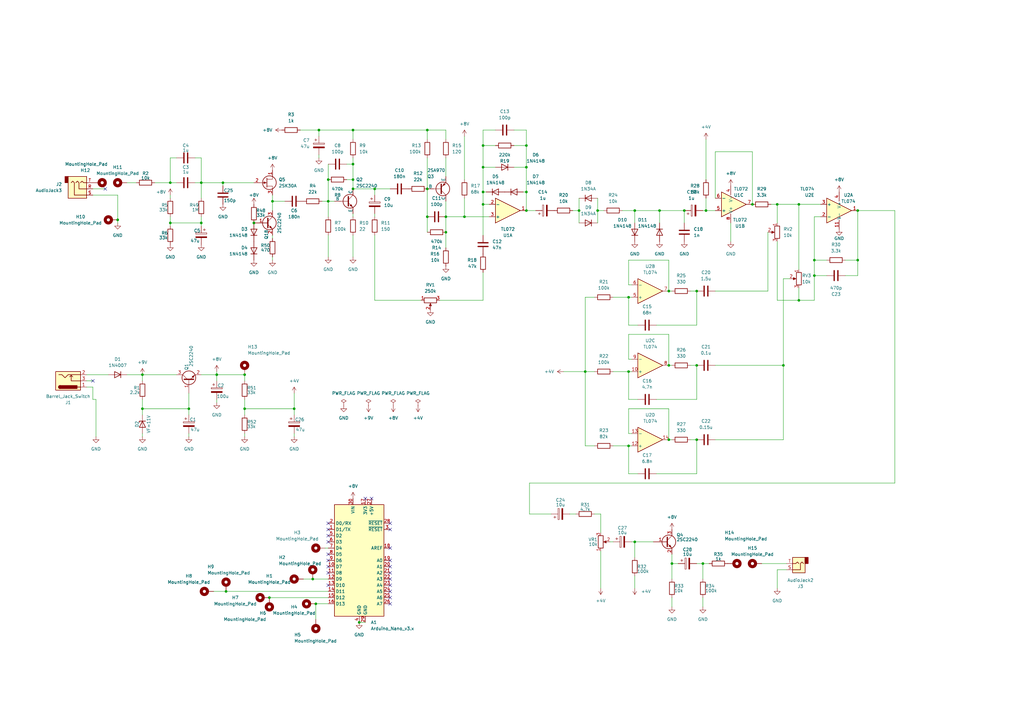
<source format=kicad_sch>
(kicad_sch (version 20230121) (generator eeschema)
  (paper "A3")
  (junction (at 92.71 242.57))
  (junction (at 351.79 106.68))
  (junction (at 147.32 255.27))
  (junction (at 334.01 113.03))
  (junction (at 104.14 91.44))
  (junction (at 69.85 91.44))
  (junction (at 308.61 83.82))
  (junction (at 91.44 74.93))
  (junction (at 321.31 149.86))
  (junction (at 215.9 78.74))
  (junction (at 82.55 91.44))
  (junction (at 240.03 152.4))
  (junction (at 198.12 59.69))
  (junction (at 285.75 119.38))
  (junction (at 215.9 68.58))
  (junction (at 100.33 153.67))
  (junction (at 82.55 74.93))
  (junction (at 274.32 180.34))
  (junction (at 129.54 247.65))
  (junction (at 280.67 86.36))
  (junction (at 289.56 86.36))
  (junction (at 274.32 149.86))
  (junction (at 275.59 231.14))
  (junction (at 144.78 77.47))
  (junction (at 175.26 88.9))
  (junction (at 128.27 237.49))
  (junction (at 327.66 123.19))
  (junction (at 318.77 83.82))
  (junction (at 144.78 53.34))
  (junction (at 327.66 83.82))
  (junction (at 134.62 82.55))
  (junction (at 334.01 106.68))
  (junction (at 274.32 119.38))
  (junction (at 285.75 149.86))
  (junction (at 130.81 53.34))
  (junction (at 111.76 82.55))
  (junction (at 110.49 245.11))
  (junction (at 190.5 88.9))
  (junction (at 237.49 86.36))
  (junction (at 69.85 74.93))
  (junction (at 285.75 180.34))
  (junction (at 144.78 73.66))
  (junction (at 100.33 167.64))
  (junction (at 257.81 152.4))
  (junction (at 88.9 153.67))
  (junction (at 257.81 182.88))
  (junction (at 260.35 222.25))
  (junction (at 215.9 86.36))
  (junction (at 175.26 77.47))
  (junction (at 215.9 59.69))
  (junction (at 120.65 167.64))
  (junction (at 288.29 231.14))
  (junction (at 58.42 153.67))
  (junction (at 153.67 77.47))
  (junction (at 77.47 167.64))
  (junction (at 58.42 167.64))
  (junction (at 245.11 86.36))
  (junction (at 182.88 95.25))
  (junction (at 198.12 83.82))
  (junction (at 175.26 53.34))
  (junction (at 198.12 78.74))
  (junction (at 270.51 86.36))
  (junction (at 134.62 73.66))
  (junction (at 182.88 88.9))
  (junction (at 48.26 90.17))
  (junction (at 198.12 68.58))
  (junction (at 257.81 121.92))
  (junction (at 144.78 67.31))
  (junction (at 351.79 86.36))
  (junction (at 260.35 86.36))
  (no_connect (at 134.62 217.17))
  (no_connect (at 160.02 214.63))
  (no_connect (at 149.86 204.47))
  (no_connect (at 160.02 229.87))
  (no_connect (at 134.62 222.25))
  (no_connect (at 160.02 245.11))
  (no_connect (at 134.62 214.63))
  (no_connect (at 134.62 232.41))
  (no_connect (at 134.62 219.71))
  (no_connect (at 160.02 240.03))
  (no_connect (at 134.62 234.95))
  (no_connect (at 160.02 224.79))
  (no_connect (at 134.62 240.03))
  (no_connect (at 160.02 234.95))
  (no_connect (at 134.62 227.33))
  (no_connect (at 38.1 156.21))
  (no_connect (at 160.02 232.41))
  (no_connect (at 160.02 247.65))
  (no_connect (at 160.02 242.57))
  (no_connect (at 43.18 77.47))
  (no_connect (at 160.02 217.17))
  (no_connect (at 160.02 237.49))
  (no_connect (at 134.62 229.87))
  (no_connect (at 152.4 204.47))
  (wire (pts (xy 280.67 86.36) (xy 280.67 91.44)))
  (wire (pts (xy 153.67 77.47) (xy 153.67 80.01)))
  (wire (pts (xy 240.03 152.4) (xy 240.03 121.92)))
  (wire (pts (xy 144.78 73.66) (xy 144.78 77.47)))
  (wire (pts (xy 111.76 96.52) (xy 111.76 97.79)))
  (wire (pts (xy 142.24 67.31) (xy 144.78 67.31)))
  (wire (pts (xy 288.29 231.14) (xy 290.83 231.14)))
  (wire (pts (xy 87.63 242.57) (xy 92.71 242.57)))
  (wire (pts (xy 35.56 156.21) (xy 38.1 156.21)))
  (wire (pts (xy 58.42 167.64) (xy 58.42 170.18)))
  (wire (pts (xy 215.9 68.58) (xy 215.9 78.74)))
  (wire (pts (xy 236.22 210.82) (xy 233.68 210.82)))
  (wire (pts (xy 69.85 74.93) (xy 72.39 74.93)))
  (wire (pts (xy 240.03 182.88) (xy 243.84 182.88)))
  (wire (pts (xy 214.63 78.74) (xy 215.9 78.74)))
  (wire (pts (xy 210.82 68.58) (xy 215.9 68.58)))
  (wire (pts (xy 38.1 80.01) (xy 48.26 80.01)))
  (wire (pts (xy 257.81 182.88) (xy 259.08 182.88)))
  (wire (pts (xy 100.33 170.18) (xy 100.33 167.64)))
  (wire (pts (xy 210.82 59.69) (xy 215.9 59.69)))
  (wire (pts (xy 288.29 86.36) (xy 289.56 86.36)))
  (wire (pts (xy 339.09 113.03) (xy 334.01 113.03)))
  (wire (pts (xy 260.35 86.36) (xy 270.51 86.36)))
  (wire (pts (xy 175.26 77.47) (xy 175.26 88.9)))
  (wire (pts (xy 278.13 231.14) (xy 275.59 231.14)))
  (wire (pts (xy 38.1 77.47) (xy 43.18 77.47)))
  (wire (pts (xy 312.42 231.14) (xy 322.58 231.14)))
  (wire (pts (xy 91.44 76.2) (xy 91.44 74.93)))
  (wire (pts (xy 142.24 73.66) (xy 144.78 73.66)))
  (wire (pts (xy 72.39 153.67) (xy 58.42 153.67)))
  (wire (pts (xy 52.07 74.93) (xy 55.88 74.93)))
  (wire (pts (xy 153.67 77.47) (xy 160.02 77.47)))
  (wire (pts (xy 257.81 133.35) (xy 257.81 121.92)))
  (wire (pts (xy 111.76 105.41) (xy 111.76 106.68)))
  (wire (pts (xy 257.81 177.8) (xy 259.08 177.8)))
  (wire (pts (xy 129.54 247.65) (xy 134.62 247.65)))
  (wire (pts (xy 144.78 64.77) (xy 144.78 67.31)))
  (wire (pts (xy 321.31 180.34) (xy 321.31 149.86)))
  (wire (pts (xy 261.62 194.31) (xy 257.81 194.31)))
  (wire (pts (xy 257.81 116.84) (xy 259.08 116.84)))
  (wire (pts (xy 58.42 179.07) (xy 58.42 177.8)))
  (wire (pts (xy 237.49 86.36) (xy 237.49 91.44)))
  (wire (pts (xy 293.37 180.34) (xy 321.31 180.34)))
  (wire (pts (xy 270.51 86.36) (xy 280.67 86.36)))
  (wire (pts (xy 129.54 247.65) (xy 129.54 254)))
  (wire (pts (xy 130.81 63.5) (xy 130.81 64.77)))
  (wire (pts (xy 288.29 231.14) (xy 288.29 237.49)))
  (wire (pts (xy 120.65 167.64) (xy 120.65 170.18)))
  (wire (pts (xy 274.32 167.64) (xy 257.81 167.64)))
  (wire (pts (xy 257.81 147.32) (xy 259.08 147.32)))
  (wire (pts (xy 200.66 88.9) (xy 190.5 88.9)))
  (wire (pts (xy 215.9 59.69) (xy 215.9 68.58)))
  (wire (pts (xy 100.33 177.8) (xy 100.33 179.07)))
  (wire (pts (xy 77.47 161.29) (xy 77.47 167.64)))
  (wire (pts (xy 175.26 53.34) (xy 144.78 53.34)))
  (wire (pts (xy 190.5 81.28) (xy 190.5 88.9)))
  (wire (pts (xy 69.85 88.9) (xy 69.85 91.44)))
  (wire (pts (xy 203.2 53.34) (xy 198.12 53.34)))
  (wire (pts (xy 257.81 167.64) (xy 257.81 177.8)))
  (wire (pts (xy 182.88 57.15) (xy 182.88 53.34)))
  (wire (pts (xy 327.66 123.19) (xy 318.77 123.19)))
  (wire (pts (xy 245.11 86.36) (xy 245.11 91.44)))
  (wire (pts (xy 82.55 74.93) (xy 91.44 74.93)))
  (wire (pts (xy 275.59 227.33) (xy 275.59 231.14)))
  (wire (pts (xy 128.27 237.49) (xy 134.62 237.49)))
  (wire (pts (xy 269.24 194.31) (xy 285.75 194.31)))
  (wire (pts (xy 261.62 163.83) (xy 257.81 163.83)))
  (wire (pts (xy 134.62 82.55) (xy 134.62 88.9)))
  (wire (pts (xy 200.66 83.82) (xy 198.12 83.82)))
  (wire (pts (xy 120.65 179.07) (xy 120.65 177.8)))
  (wire (pts (xy 124.46 237.49) (xy 128.27 237.49)))
  (wire (pts (xy 318.77 123.19) (xy 318.77 99.06)))
  (wire (pts (xy 314.96 95.25) (xy 314.96 119.38)))
  (wire (pts (xy 182.88 95.25) (xy 182.88 101.6)))
  (wire (pts (xy 255.27 86.36) (xy 260.35 86.36)))
  (wire (pts (xy 240.03 121.92) (xy 243.84 121.92)))
  (wire (pts (xy 82.55 91.44) (xy 69.85 91.44)))
  (wire (pts (xy 243.84 152.4) (xy 240.03 152.4)))
  (wire (pts (xy 250.19 222.25) (xy 251.46 222.25)))
  (wire (pts (xy 260.35 222.25) (xy 260.35 228.6)))
  (wire (pts (xy 351.79 86.36) (xy 367.03 86.36)))
  (wire (pts (xy 283.21 149.86) (xy 285.75 149.86)))
  (wire (pts (xy 293.37 81.28) (xy 293.37 62.23)))
  (wire (pts (xy 283.21 180.34) (xy 285.75 180.34)))
  (wire (pts (xy 257.81 106.68) (xy 257.81 116.84)))
  (wire (pts (xy 198.12 59.69) (xy 198.12 68.58)))
  (wire (pts (xy 82.55 91.44) (xy 82.55 92.71)))
  (wire (pts (xy 234.95 86.36) (xy 237.49 86.36)))
  (wire (pts (xy 134.62 73.66) (xy 134.62 82.55)))
  (wire (pts (xy 198.12 59.69) (xy 203.2 59.69)))
  (wire (pts (xy 261.62 133.35) (xy 257.81 133.35)))
  (wire (pts (xy 35.56 153.67) (xy 44.45 153.67)))
  (wire (pts (xy 52.07 153.67) (xy 58.42 153.67)))
  (wire (pts (xy 48.26 80.01) (xy 48.26 90.17)))
  (wire (pts (xy 334.01 106.68) (xy 339.09 106.68)))
  (wire (pts (xy 289.56 57.15) (xy 289.56 73.66)))
  (wire (pts (xy 175.26 53.34) (xy 175.26 57.15)))
  (wire (pts (xy 257.81 163.83) (xy 257.81 152.4)))
  (wire (pts (xy 257.81 152.4) (xy 259.08 152.4)))
  (wire (pts (xy 82.55 64.77) (xy 82.55 74.93)))
  (wire (pts (xy 144.78 67.31) (xy 144.78 73.66)))
  (wire (pts (xy 314.96 119.38) (xy 293.37 119.38)))
  (wire (pts (xy 251.46 121.92) (xy 257.81 121.92)))
  (wire (pts (xy 327.66 123.19) (xy 327.66 118.11)))
  (wire (pts (xy 251.46 182.88) (xy 257.81 182.88)))
  (wire (pts (xy 111.76 82.55) (xy 111.76 86.36)))
  (wire (pts (xy 182.88 53.34) (xy 175.26 53.34)))
  (wire (pts (xy 82.55 74.93) (xy 82.55 81.28)))
  (wire (pts (xy 274.32 180.34) (xy 274.32 167.64)))
  (wire (pts (xy 217.17 198.12) (xy 217.17 210.82)))
  (wire (pts (xy 318.77 83.82) (xy 318.77 91.44)))
  (wire (pts (xy 260.35 86.36) (xy 260.35 91.44)))
  (wire (pts (xy 275.59 231.14) (xy 275.59 237.49)))
  (wire (pts (xy 182.88 88.9) (xy 182.88 95.25)))
  (wire (pts (xy 134.62 82.55) (xy 137.16 82.55)))
  (wire (pts (xy 190.5 55.88) (xy 190.5 73.66)))
  (wire (pts (xy 198.12 83.82) (xy 198.12 96.52)))
  (wire (pts (xy 308.61 62.23) (xy 308.61 83.82)))
  (wire (pts (xy 270.51 86.36) (xy 270.51 91.44)))
  (wire (pts (xy 88.9 152.4) (xy 88.9 153.67)))
  (wire (pts (xy 120.65 161.29) (xy 120.65 167.64)))
  (wire (pts (xy 299.72 91.44) (xy 299.72 99.06)))
  (wire (pts (xy 318.77 233.68) (xy 322.58 233.68)))
  (wire (pts (xy 323.85 114.3) (xy 321.31 114.3)))
  (wire (pts (xy 269.24 163.83) (xy 285.75 163.83)))
  (wire (pts (xy 69.85 80.01) (xy 69.85 81.28)))
  (wire (pts (xy 69.85 64.77) (xy 72.39 64.77)))
  (wire (pts (xy 215.9 78.74) (xy 215.9 86.36)))
  (wire (pts (xy 245.11 86.36) (xy 247.65 86.36)))
  (wire (pts (xy 346.71 113.03) (xy 351.79 113.03)))
  (wire (pts (xy 172.72 123.19) (xy 153.67 123.19)))
  (wire (pts (xy 198.12 68.58) (xy 198.12 78.74)))
  (wire (pts (xy 144.78 53.34) (xy 144.78 57.15)))
  (wire (pts (xy 58.42 163.83) (xy 58.42 167.64)))
  (wire (pts (xy 257.81 194.31) (xy 257.81 182.88)))
  (wire (pts (xy 246.38 210.82) (xy 246.38 218.44)))
  (wire (pts (xy 334.01 113.03) (xy 334.01 106.68)))
  (wire (pts (xy 346.71 106.68) (xy 351.79 106.68)))
  (wire (pts (xy 334.01 113.03) (xy 334.01 123.19)))
  (wire (pts (xy 198.12 53.34) (xy 198.12 59.69)))
  (wire (pts (xy 88.9 153.67) (xy 82.55 153.67)))
  (wire (pts (xy 190.5 88.9) (xy 182.88 88.9)))
  (wire (pts (xy 100.33 153.67) (xy 100.33 156.21)))
  (wire (pts (xy 38.1 163.83) (xy 39.37 163.83)))
  (wire (pts (xy 58.42 153.67) (xy 58.42 156.21)))
  (wire (pts (xy 198.12 78.74) (xy 198.12 83.82)))
  (wire (pts (xy 77.47 179.07) (xy 77.47 177.8)))
  (wire (pts (xy 240.03 152.4) (xy 240.03 182.88)))
  (wire (pts (xy 269.24 133.35) (xy 285.75 133.35)))
  (wire (pts (xy 274.32 137.16) (xy 257.81 137.16)))
  (wire (pts (xy 336.55 88.9) (xy 334.01 88.9)))
  (wire (pts (xy 283.21 119.38) (xy 285.75 119.38)))
  (wire (pts (xy 285.75 194.31) (xy 285.75 180.34)))
  (wire (pts (xy 153.67 96.52) (xy 153.67 123.19)))
  (wire (pts (xy 321.31 114.3) (xy 321.31 149.86)))
  (wire (pts (xy 134.62 67.31) (xy 134.62 73.66)))
  (wire (pts (xy 130.81 53.34) (xy 144.78 53.34)))
  (wire (pts (xy 217.17 210.82) (xy 226.06 210.82)))
  (wire (pts (xy 91.44 74.93) (xy 104.14 74.93)))
  (wire (pts (xy 147.32 255.27) (xy 149.86 255.27)))
  (wire (pts (xy 82.55 88.9) (xy 82.55 91.44)))
  (wire (pts (xy 274.32 149.86) (xy 275.59 149.86)))
  (wire (pts (xy 182.88 82.55) (xy 182.88 88.9)))
  (wire (pts (xy 260.35 222.25) (xy 267.97 222.25)))
  (wire (pts (xy 251.46 152.4) (xy 257.81 152.4)))
  (wire (pts (xy 231.14 152.4) (xy 240.03 152.4)))
  (wire (pts (xy 175.26 88.9) (xy 175.26 95.25)))
  (wire (pts (xy 289.56 86.36) (xy 293.37 86.36)))
  (wire (pts (xy 274.32 119.38) (xy 274.32 106.68)))
  (wire (pts (xy 132.08 82.55) (xy 134.62 82.55)))
  (wire (pts (xy 144.78 96.52) (xy 144.78 105.41)))
  (wire (pts (xy 134.62 96.52) (xy 134.62 105.41)))
  (wire (pts (xy 334.01 123.19) (xy 327.66 123.19)))
  (wire (pts (xy 246.38 226.06) (xy 246.38 241.3)))
  (wire (pts (xy 327.66 83.82) (xy 336.55 83.82)))
  (wire (pts (xy 257.81 121.92) (xy 259.08 121.92)))
  (wire (pts (xy 351.79 113.03) (xy 351.79 106.68)))
  (wire (pts (xy 80.01 74.93) (xy 82.55 74.93)))
  (wire (pts (xy 210.82 53.34) (xy 215.9 53.34)))
  (wire (pts (xy 318.77 83.82) (xy 327.66 83.82)))
  (wire (pts (xy 82.55 64.77) (xy 80.01 64.77)))
  (wire (pts (xy 260.35 236.22) (xy 260.35 241.3)))
  (wire (pts (xy 245.11 81.28) (xy 245.11 86.36)))
  (wire (pts (xy 285.75 231.14) (xy 288.29 231.14)))
  (wire (pts (xy 259.08 222.25) (xy 260.35 222.25)))
  (wire (pts (xy 288.29 245.11) (xy 288.29 248.92)))
  (wire (pts (xy 39.37 163.83) (xy 39.37 179.07)))
  (wire (pts (xy 182.88 64.77) (xy 182.88 72.39)))
  (wire (pts (xy 243.84 210.82) (xy 246.38 210.82)))
  (wire (pts (xy 351.79 86.36) (xy 351.79 106.68)))
  (wire (pts (xy 257.81 137.16) (xy 257.81 147.32)))
  (wire (pts (xy 111.76 82.55) (xy 116.84 82.55)))
  (wire (pts (xy 69.85 64.77) (xy 69.85 74.93)))
  (wire (pts (xy 198.12 111.76) (xy 198.12 123.19)))
  (wire (pts (xy 215.9 86.36) (xy 219.71 86.36)))
  (wire (pts (xy 293.37 62.23) (xy 308.61 62.23)))
  (wire (pts (xy 275.59 245.11) (xy 275.59 248.92)))
  (wire (pts (xy 367.03 86.36) (xy 367.03 198.12)))
  (wire (pts (xy 274.32 149.86) (xy 274.32 137.16)))
  (wire (pts (xy 318.77 241.3) (xy 318.77 233.68)))
  (wire (pts (xy 48.26 91.44) (xy 48.26 90.17)))
  (wire (pts (xy 274.32 119.38) (xy 275.59 119.38)))
  (wire (pts (xy 130.81 53.34) (xy 130.81 55.88)))
  (wire (pts (xy 144.78 77.47) (xy 153.67 77.47)))
  (wire (pts (xy 77.47 167.64) (xy 77.47 170.18)))
  (wire (pts (xy 198.12 78.74) (xy 199.39 78.74)))
  (wire (pts (xy 327.66 83.82) (xy 327.66 110.49)))
  (wire (pts (xy 274.32 180.34) (xy 275.59 180.34)))
  (wire (pts (xy 215.9 53.34) (xy 215.9 59.69)))
  (wire (pts (xy 334.01 88.9) (xy 334.01 106.68)))
  (wire (pts (xy 38.1 158.75) (xy 35.56 158.75)))
  (wire (pts (xy 293.37 149.86) (xy 321.31 149.86)))
  (wire (pts (xy 237.49 81.28) (xy 237.49 86.36)))
  (wire (pts (xy 38.1 163.83) (xy 38.1 158.75)))
  (wire (pts (xy 92.71 242.57) (xy 134.62 242.57)))
  (wire (pts (xy 133.35 224.79) (xy 134.62 224.79)))
  (wire (pts (xy 198.12 68.58) (xy 203.2 68.58)))
  (wire (pts (xy 274.32 106.68) (xy 257.81 106.68)))
  (wire (pts (xy 198.12 123.19) (xy 180.34 123.19)))
  (wire (pts (xy 285.75 133.35) (xy 285.75 119.38)))
  (wire (pts (xy 69.85 91.44) (xy 69.85 92.71)))
  (wire (pts (xy 123.19 53.34) (xy 130.81 53.34)))
  (wire (pts (xy 285.75 163.83) (xy 285.75 149.86)))
  (wire (pts (xy 367.03 198.12) (xy 217.17 198.12)))
  (wire (pts (xy 111.76 82.55) (xy 111.76 80.01)))
  (wire (pts (xy 175.26 64.77) (xy 175.26 77.47)))
  (wire (pts (xy 88.9 153.67) (xy 100.33 153.67)))
  (wire (pts (xy 63.5 74.93) (xy 69.85 74.93)))
  (wire (pts (xy 316.23 83.82) (xy 318.77 83.82)))
  (wire (pts (xy 88.9 163.83) (xy 88.9 165.1)))
  (wire (pts (xy 144.78 87.63) (xy 144.78 88.9)))
  (wire (pts (xy 120.65 167.64) (xy 100.33 167.64)))
  (wire (pts (xy 153.67 87.63) (xy 153.67 88.9)))
  (wire (pts (xy 88.9 153.67) (xy 88.9 156.21)))
  (wire (pts (xy 289.56 81.28) (xy 289.56 86.36)))
  (wire (pts (xy 58.42 167.64) (xy 77.47 167.64)))
  (wire (pts (xy 100.33 163.83) (xy 100.33 167.64)))
  (wire (pts (xy 110.49 245.11) (xy 134.62 245.11)))
  (symbol (lib_id "Device:R") (at 294.64 231.14 90) (unit 1)
    (property "Reference" "R35" (at 294.64 227.33 90))
    (property "Value" "1k" (at 294.64 229.235 90))
    (property "Footprint" "Resistor_THT:R_Axial_DIN0207_L6.3mm_D2.5mm_P7.62mm_Horizontal" (effects hide))
  )
  (symbol (lib_id "Device:R") (at 138.43 73.66 90) (mirror x) (unit 1)
    (property "Reference" "R8" (at 138.43 80.01 90))
    (property "Value" "470k" (at 138.43 77.47 90))
    (property "Footprint" "Resistor_THT:R_Axial_DIN0207_L6.3mm_D2.5mm_P7.62mm_Horizontal" (effects hide))
  )
  (symbol (lib_id "Connector:Barrel_Jack_Switch") (at 27.94 156.21 0) (mirror x) (unit 1)
    (property "Reference" "J1" (at 27.94 165.1 0))
    (property "Value" "Barrel_Jack_Switch" (at 27.94 162.56 0))
    (property "Footprint" "Connector_BarrelJack:BarrelJack_Effector" (effects hide))
  )
  (symbol (lib_id "power:GND") (at 39.37 179.07 0) (unit 1)
    (property "Reference" "#PWR06" (effects hide))
    (property "Value" "GND" (at 39.37 184.15 0))
  )
  (symbol (lib_id "Mechanical:MountingHole_Pad") (at 92.71 240.03 0) (unit 1)
    (property "Reference" "H9" (at 85.09 232.41 0) (effects (justify left)))
    (property "Value" "MountingHole_Pad" (at 85.09 234.95 0) (effects (justify left)))
    (property "Footprint" "MountingHole:MountingHole_2.2mm_M2_Pad" (effects hide))
  )
  (symbol (lib_id "Device:R") (at 153.67 92.71 180) (unit 1)
    (property "Reference" "R11" (at 156.21 91.44 0) (effects (justify right)))
    (property "Value" "150" (at 156.21 93.98 0) (effects (justify right)))
    (property "Footprint" "Resistor_THT:R_Axial_DIN0207_L6.3mm_D2.5mm_P7.62mm_Horizontal" (effects hide))
  )
  (symbol (lib_id "Device:D") (at 241.3 91.44 180) (unit 1)
    (property "Reference" "D9" (at 241.3 85.09 0))
    (property "Value" "1N34A" (at 241.3 87.63 0))
    (property "Footprint" "Diode_THT:D_DO-35_SOD27_P7.62mm_Horizontal" (effects hide))
    (property "Sim.Device" "D" (effects hide))
    (property "Sim.Pins" "1=K 2=A" (effects hide))
  )
  (symbol (lib_id "Device:D") (at 241.3 81.28 0) (unit 1)
    (property "Reference" "D8" (at 241.3 74.93 0))
    (property "Value" "1N34A" (at 241.3 77.47 0))
    (property "Footprint" "Diode_THT:D_DO-35_SOD27_P7.62mm_Horizontal" (effects hide))
    (property "Sim.Device" "D" (effects hide))
    (property "Sim.Pins" "1=K 2=A" (effects hide))
  )
  (symbol (lib_id "power:GND") (at 299.72 99.06 0) (unit 1)
    (property "Reference" "#PWR026" (effects hide))
    (property "Value" "GND" (at 299.72 104.14 0))
  )
  (symbol (lib_id "Connector_Audio:AudioJack2") (at 327.66 231.14 180) (unit 1)
    (property "Reference" "J3" (at 328.295 240.5156 0))
    (property "Value" "AudioJack2" (at 328.295 237.9756 0))
    (property "Footprint" "Connector_Audio:Jack_6.35mm_Neutrik_NMJ6HCD2_Horizontal" (effects hide))
  )
  (symbol (lib_id "Device:R") (at 190.5 77.47 180) (unit 1)
    (property "Reference" "R17" (at 193.04 76.2 0) (effects (justify right)))
    (property "Value" "68k" (at 193.04 78.74 0) (effects (justify right)))
    (property "Footprint" "Resistor_THT:R_Axial_DIN0207_L6.3mm_D2.5mm_P7.62mm_Horizontal" (effects hide))
  )
  (symbol (lib_id "power:GND") (at 48.26 91.44 0) (unit 1)
    (property "Reference" "#PWR02" (effects hide))
    (property "Value" "GND" (at 48.26 96.52 0))
  )
  (symbol (lib_id "Simulation_SPICE:PNP") (at 180.34 77.47 0) (mirror x) (unit 1)
    (property "Reference" "Q3" (at 175.26 72.39 0) (effects (justify left)))
    (property "Value" "2SA970" (at 175.26 69.85 0) (effects (justify left)))
    (property "Footprint" "Package_TO_SOT_THT:TO-92_231" (effects hide))
    (property "Sim.Device" "PNP" (effects hide))
    (property "Sim.Type" "GUMMELPOON" (effects hide))
    (property "Sim.Pins" "1=C 2=B 3=E" (effects hide))
  )
  (symbol (lib_id "Mechanical:MountingHole_Pad") (at 40.64 74.93 270) (unit 1)
    (property "Reference" "H12" (at 33.02 69.85 90) (effects (justify left)))
    (property "Value" "MountingHole_Pad" (at 26.67 67.31 90) (effects (justify left)))
    (property "Footprint" "MountingHole:MountingHole_2.2mm_M2_Pad" (effects hide))
  )
  (symbol (lib_id "Device:D") (at 104.14 102.87 270) (mirror x) (unit 1)
    (property "Reference" "D4" (at 101.6 101.6 90) (effects (justify right)))
    (property "Value" "1N4148" (at 101.6 104.14 90) (effects (justify right)))
    (property "Footprint" "Diode_THT:D_DO-35_SOD27_P7.62mm_Horizontal" (effects hide))
    (property "Sim.Device" "D" (effects hide))
    (property "Sim.Pins" "1=K 2=A" (effects hide))
  )
  (symbol (lib_name "+4V_1") (lib_id "power:+4V") (at 260.35 241.3 180) (unit 1)
    (property "Reference" "#PWR031" (effects hide))
    (property "Value" "+4V" (at 262.89 242.57 0) (effects (justify right)))
  )
  (symbol (lib_id "Device:C") (at 163.83 77.47 90) (unit 1)
    (property "Reference" "C10" (at 163.83 69.85 90))
    (property "Value" "180n" (at 163.83 72.39 90))
    (property "Footprint" "Capacitor_THT:C_Rect_L8.5mm_W5.5mm_P5.00mm_FKS2_FKP2_MKS2_MKP2" (effects hide))
  )
  (symbol (lib_name "+8V_1") (lib_id "power:+8V") (at 111.76 69.85 0) (unit 1)
    (property "Reference" "#PWR042" (effects hide))
    (property "Value" "+8V" (at 111.76 64.77 0))
  )
  (symbol (lib_id "Mechanical:MountingHole_Pad") (at 121.92 237.49 90) (unit 1)
    (property "Reference" "H1" (at 110.49 236.22 90))
    (property "Value" "MountingHole_Pad" (at 110.49 238.76 90))
    (property "Footprint" "MountingHole:MountingHole_2.2mm_M2_Pad" (effects hide))
  )
  (symbol (lib_id "Device:R") (at 182.88 105.41 0) (mirror x) (unit 1)
    (property "Reference" "R16" (at 180.34 104.14 0) (effects (justify right)))
    (property "Value" "10k" (at 180.34 106.68 0) (effects (justify right)))
    (property "Footprint" "Resistor_THT:R_Axial_DIN0207_L6.3mm_D2.5mm_P7.62mm_Horizontal" (effects hide))
  )
  (symbol (lib_id "Device:R") (at 104.14 87.63 0) (mirror x) (unit 1)
    (property "Reference" "R48" (at 106.9975 86.36 0))
    (property "Value" "33k" (at 106.9975 88.265 0))
    (property "Footprint" "Resistor_THT:R_Axial_DIN0207_L6.3mm_D2.5mm_P7.62mm_Horizontal" (effects hide))
  )
  (symbol (lib_id "Device:Q_NPN_BEC") (at 273.05 222.25 0) (unit 1)
    (property "Reference" "Q4" (at 277.495 219.3925 0) (effects (justify left)))
    (property "Value" "2SC2240" (at 277.495 221.2975 0) (effects (justify left)))
    (property "Footprint" "Package_TO_SOT_THT:TO-92_231" (effects hide))
    (property "Datasheet" "DG" (effects hide))
  )
  (symbol (lib_id "power:GND") (at 77.47 179.07 0) (unit 1)
    (property "Reference" "#PWR08" (effects hide))
    (property "Value" "GND" (at 77.47 184.15 0))
  )
  (symbol (lib_id "power:GND") (at 140.97 166.37 0) (unit 1)
    (property "Reference" "#PWR033" (effects hide))
    (property "Value" "GND" (at 140.97 171.45 0))
  )
  (symbol (lib_id "MCU_Module:Arduino_Nano_v3.x") (at 147.32 229.87 0) (unit 1)
    (property "Reference" "A1" (at 152.0541 255.27 0) (effects (justify left)))
    (property "Value" "Arduino_Nano_v3.x" (at 152.0541 257.81 0) (effects (justify left)))
    (property "Footprint" "Module:Arduino_Nano" (effects hide))
    (property "Datasheet" "http://www.mouser.com/pdfdocs/Gravitech_Arduino_Nano3_0.pdf" (effects hide))
  )
  (symbol (lib_id "Device:C") (at 120.65 82.55 90) (unit 1)
    (property "Reference" "C6" (at 120.65 86.36 90))
    (property "Value" "180n" (at 120.65 88.9 90))
    (property "Footprint" "Capacitor_THT:C_Rect_L8.5mm_W5.5mm_P5.00mm_FKS2_FKP2_MKS2_MKP2" (effects hide))
  )
  (symbol (lib_id "power:GND") (at 88.9 165.1 0) (unit 1)
    (property "Reference" "#PWR021" (effects hide))
    (property "Value" "GND" (at 88.9 170.18 0))
  )
  (symbol (lib_id "Device:C") (at 280.67 95.25 0) (unit 1)
    (property "Reference" "C18" (at 284.48 93.98 0) (effects (justify left)))
    (property "Value" "1n" (at 284.48 96.52 0) (effects (justify left)))
    (property "Footprint" "Capacitor_THT:C_Rect_L6.0mm_W3.0mm_P3.50mm_MKS02_FKP02" (effects hide))
  )
  (symbol (lib_id "Device:R") (at 100.33 173.99 0) (unit 1)
    (property "Reference" "R52" (at 101.2825 173.0375 0) (effects (justify left)))
    (property "Value" "33k" (at 101.2825 174.9425 0) (effects (justify left)))
    (property "Footprint" "Resistor_THT:R_Axial_DIN0207_L6.3mm_D2.5mm_P7.62mm_Horizontal" (effects hide))
  )
  (symbol (lib_id "power:GND") (at 91.44 83.82 0) (unit 1)
    (property "Reference" "#PWR034" (effects hide))
    (property "Value" "GND" (at 91.44 88.9 0))
  )
  (symbol (lib_id "Device:R") (at 100.33 160.02 0) (unit 1)
    (property "Reference" "R51" (at 101.2825 159.0675 0) (effects (justify left)))
    (property "Value" "33k" (at 101.2825 160.9725 0) (effects (justify left)))
    (property "Footprint" "Resistor_THT:R_Axial_DIN0207_L6.3mm_D2.5mm_P7.62mm_Horizontal" (effects hide))
  )
  (symbol (lib_id "power:GND") (at 176.53 127 0) (unit 1)
    (property "Reference" "#PWR015" (effects hide))
    (property "Value" "GND" (at 176.53 132.08 0))
  )
  (symbol (lib_id "power:GND") (at 58.42 179.07 0) (unit 1)
    (property "Reference" "#PWR07" (effects hide))
    (property "Value" "GND" (at 58.42 184.15 0))
  )
  (symbol (lib_id "power:+9V") (at 151.13 166.37 180) (unit 1)
    (property "Reference" "#PWR036" (effects hide))
    (property "Value" "+9V" (at 151.13 171.45 0))
  )
  (symbol (lib_id "power:GND") (at 134.62 105.41 0) (unit 1)
    (property "Reference" "#PWR013" (effects hide))
    (property "Value" "GND" (at 134.62 110.49 0))
  )
  (symbol (lib_id "Device:C_Polarized") (at 284.48 86.36 90) (unit 1)
    (property "Reference" "C19" (at 283.591 78.74 90))
    (property "Value" "1u" (at 283.591 81.28 90))
    (property "Footprint" "Capacitor_THT:CP_Radial_D5.0mm_P2.00mm" (effects hide))
  )
  (symbol (lib_name "+8V_1") (lib_id "power:+8V") (at 144.78 204.47 0) (unit 1)
    (property "Reference" "#PWR046" (effects hide))
    (property "Value" "+8V" (at 144.78 199.39 0))
  )
  (symbol (lib_id "Mechanical:MountingHole_Pad") (at 300.99 231.14 270) (unit 1)
    (property "Reference" "H14" (at 297.18 218.44 90) (effects (justify left)))
    (property "Value" "MountingHole_Pad" (at 297.18 220.98 90) (effects (justify left)))
    (property "Footprint" "MountingHole:MountingHole_2.2mm_M2_Pad" (effects hide))
  )
  (symbol (lib_id "Device:D") (at 260.35 95.25 90) (unit 1)
    (property "Reference" "D10" (at 255.27 90.17 90))
    (property "Value" "1N4148" (at 255.27 92.71 90))
    (property "Footprint" "Diode_THT:D_DO-35_SOD27_P7.62mm_Horizontal" (effects hide))
    (property "Sim.Device" "D" (effects hide))
    (property "Sim.Pins" "1=K 2=A" (effects hide))
  )
  (symbol (lib_id "power:GND") (at 270.51 99.06 0) (unit 1)
    (property "Reference" "#PWR022" (effects hide))
    (property "Value" "GND" (at 270.51 104.14 0))
  )
  (symbol (lib_id "Device:R") (at 111.76 101.6 0) (mirror y) (unit 1)
    (property "Reference" "R50" (at 110.8075 100.6475 0) (effects (justify left)))
    (property "Value" "470" (at 110.8075 102.5525 0) (effects (justify left)))
    (property "Footprint" "Resistor_THT:R_Axial_DIN0207_L6.3mm_D2.5mm_P7.62mm_Horizontal" (effects hide))
  )
  (symbol (lib_id "Amplifier_Operational:TL074") (at 266.7 149.86 0) (mirror x) (unit 3)
    (property "Reference" "U2" (at 266.7 139.7 0))
    (property "Value" "TL074" (at 266.7 142.24 0))
    (property "Footprint" "Package_DIP:DIP-14_W7.62mm_LongPads" (effects hide))
    (property "Datasheet" "http://www.ti.com/lit/ds/symlink/tl071.pdf" (effects hide))
  )
  (symbol (lib_id "Device:R") (at 279.4 149.86 90) (unit 1)
    (property "Reference" "R26" (at 279.4 143.51 90))
    (property "Value" "330" (at 279.4 146.05 90))
    (property "Footprint" "Resistor_THT:R_Axial_DIN0207_L6.3mm_D2.5mm_P7.62mm_Horizontal" (effects hide))
  )
  (symbol (lib_id "Device:R_Potentiometer") (at 246.38 222.25 0) (mirror x) (unit 1)
    (property "Reference" "VR1" (at 245.11 221.2975 0) (effects (justify right)))
    (property "Value" "10k" (at 245.11 223.2025 0) (effects (justify right)))
    (property "Footprint" "Potentiometer_THT:Potentiometer_RD9" (effects hide))
  )
  (symbol (lib_id "power:PWR_FLAG") (at 140.97 166.37 0) (unit 1)
    (property "Reference" "#FLG01" (effects hide))
    (property "Value" "PWR_FLAG" (at 140.97 161.29 0))
  )
  (symbol (lib_id "Device:R") (at 179.07 95.25 90) (mirror x) (unit 1)
    (property "Reference" "R14" (at 179.07 101.6 90))
    (property "Value" "470k" (at 179.07 99.06 90))
    (property "Footprint" "Resistor_THT:R_Axial_DIN0207_L6.3mm_D2.5mm_P7.62mm_Horizontal" (effects hide))
  )
  (symbol (lib_name "+8V_1") (lib_id "power:+8V") (at 299.72 76.2 0) (unit 1)
    (property "Reference" "#PWR025" (effects hide))
    (property "Value" "+8V" (at 299.72 71.12 0))
  )
  (symbol (lib_name "+8V_1") (lib_id "power:+8V") (at 161.29 166.37 180) (unit 1)
    (property "Reference" "#PWR037" (effects hide))
    (property "Value" "+8V" (at 161.29 171.45 0))
  )
  (symbol (lib_id "Device:C_Polarized") (at 88.9 160.02 0) (unit 1)
    (property "Reference" "C2" (at 89.2175 158.115 0) (effects (justify left)))
    (property "Value" "100u" (at 88.9 162.56 0) (effects (justify left)))
    (property "Footprint" "Capacitor_THT:CP_Radial_D10.0mm_P5.00mm" (effects hide))
  )
  (symbol (lib_id "Device:D") (at 210.82 78.74 0) (unit 1)
    (property "Reference" "D7" (at 219.71 72.39 0))
    (property "Value" "1N4148" (at 219.71 74.93 0))
    (property "Footprint" "Diode_THT:D_DO-35_SOD27_P7.62mm_Horizontal" (effects hide))
    (property "Sim.Device" "D" (effects hide))
    (property "Sim.Pins" "1=K 2=A" (effects hide))
  )
  (symbol (lib_id "Device:R") (at 198.12 107.95 0) (mirror x) (unit 1)
    (property "Reference" "R18" (at 195.58 106.68 0) (effects (justify right)))
    (property "Value" "47k" (at 195.58 109.22 0) (effects (justify right)))
    (property "Footprint" "Resistor_THT:R_Axial_DIN0207_L6.3mm_D2.5mm_P7.62mm_Horizontal" (effects hide))
  )
  (symbol (lib_id "Mechanical:MountingHole_Pad") (at 129.54 256.54 180) (unit 1)
    (property "Reference" "H5" (at 120.65 260.35 0) (effects (justify right)))
    (property "Value" "MountingHole_Pad" (at 120.65 262.89 0) (effects (justify right)))
    (property "Footprint" "MountingHole:MountingHole_2.2mm_M2_Pad" (effects hide))
  )
  (symbol (lib_id "Device:D") (at 270.51 95.25 270) (unit 1)
    (property "Reference" "D11" (at 261.62 90.17 90) (effects (justify left)))
    (property "Value" "1N4148" (at 261.62 92.71 90) (effects (justify left)))
    (property "Footprint" "Diode_THT:D_DO-35_SOD27_P7.62mm_Horizontal" (effects hide))
    (property "Sim.Device" "D" (effects hide))
    (property "Sim.Pins" "1=K 2=A" (effects hide))
  )
  (symbol (lib_id "power:GND") (at 280.67 99.06 0) (unit 1)
    (property "Reference" "#PWR023" (effects hide))
    (property "Value" "GND" (at 280.67 104.14 0))
  )
  (symbol (lib_id "power:GND") (at 147.32 255.27 0) (unit 1)
    (property "Reference" "#PWR045" (effects hide))
    (property "Value" "GND" (at 147.32 260.35 0))
  )
  (symbol (lib_id "Mechanical:MountingHole_Pad") (at 85.09 242.57 90) (unit 1)
    (property "Reference" "H8" (at 77.47 236.22 90))
    (property "Value" "MountingHole_Pad" (at 77.47 238.76 90))
    (property "Footprint" "MountingHole:MountingHole_2.2mm_M2_Pad" (effects hide))
  )
  (symbol (lib_id "Device:R") (at 247.65 152.4 90) (unit 1)
    (property "Reference" "R22" (at 247.65 146.05 90))
    (property "Value" "100k" (at 247.65 148.59 90))
    (property "Footprint" "Resistor_THT:R_Axial_DIN0207_L6.3mm_D2.5mm_P7.62mm_Horizontal" (effects hide))
  )
  (symbol (lib_id "Device:R") (at 69.85 85.09 0) (mirror y) (unit 1)
    (property "Reference" "R5" (at 68.8975 84.1375 0) (effects (justify left)))
    (property "Value" "33k" (at 68.8975 86.0425 0) (effects (justify left)))
    (property "Footprint" "Resistor_THT:R_Axial_DIN0207_L6.3mm_D2.5mm_P7.62mm_Horizontal" (effects hide))
  )
  (symbol (lib_id "power:GND") (at 260.35 99.06 0) (unit 1)
    (property "Reference" "#PWR019" (effects hide))
    (property "Value" "GND" (at 260.35 104.14 0))
  )
  (symbol (lib_id "Device:D") (at 104.14 95.25 270) (mirror x) (unit 1)
    (property "Reference" "D3" (at 101.6 93.98 90) (effects (justify right)))
    (property "Value" "1N4148" (at 101.6 96.52 90) (effects (justify right)))
    (property "Footprint" "Diode_THT:D_DO-35_SOD27_P7.62mm_Horizontal" (effects hide))
    (property "Sim.Device" "D" (effects hide))
    (property "Sim.Pins" "1=K 2=A" (effects hide))
  )
  (symbol (lib_id "Device:R") (at 82.55 85.09 0) (mirror y) (unit 1)
    (property "Reference" "R49" (at 81.5975 84.1375 0) (effects (justify left)))
    (property "Value" "1M" (at 81.5975 86.0425 0) (effects (justify left)))
    (property "Footprint" "Resistor_THT:R_Axial_DIN0207_L6.3mm_D2.5mm_P7.62mm_Horizontal" (effects hide))
  )
  (symbol (lib_id "power:GND") (at 111.76 106.68 0) (unit 1)
    (property "Reference" "#PWR05" (effects hide))
    (property "Value" "GND" (at 111.76 111.76 0))
  )
  (symbol (lib_id "Amplifier_Operational:TL074") (at 344.17 86.36 0) (unit 1)
    (property "Reference" "U2" (at 347.98 80.01 0))
    (property "Value" "TL074" (at 347.98 82.55 0))
    (property "Footprint" "Package_DIP:DIP-14_W7.62mm_LongPads" (effects hide))
    (property "Datasheet" "http://www.ti.com/lit/ds/symlink/tl071.pdf" (effects hide))
  )
  (symbol (lib_id "Device:C_Polarized") (at 153.67 83.82 0) (unit 1)
    (property "Reference" "C9" (at 157.48 81.661 0) (effects (justify left)))
    (property "Value" "10u" (at 157.48 84.201 0) (effects (justify left)))
    (property "Footprint" "Capacitor_THT:CP_Radial_D5.0mm_P2.00mm" (effects hide))
  )
  (symbol (lib_id "Device:R") (at 231.14 86.36 90) (unit 1)
    (property "Reference" "R20" (at 231.14 80.01 90))
    (property "Value" "10k" (at 231.14 82.55 90))
    (property "Footprint" "Resistor_THT:R_Axial_DIN0207_L6.3mm_D2.5mm_P7.62mm_Horizontal" (effects hide))
  )
  (symbol (lib_name "+8V_1") (lib_id "power:+8V") (at 69.85 80.01 0) (unit 1)
    (property "Reference" "#PWR040" (effects hide))
    (property "Value" "+8V" (at 66.04 78.74 0))
  )
  (symbol (lib_id "power:GND") (at 120.65 179.07 0) (unit 1)
    (property "Reference" "#PWR010" (effects hide))
    (property "Value" "GND" (at 120.65 184.15 0))
  )
  (symbol (lib_id "Device:C") (at 289.56 119.38 90) (unit 1)
    (property "Reference" "C20" (at 289.56 111.76 90))
    (property "Value" "1.5u" (at 289.56 114.3 90))
    (property "Footprint" "Capacitor_THT:C_Rect_L7.2mm_W5.5mm_P5.00mm_FKS2_FKP2_MKS2_MKP2" (effects hide))
  )
  (symbol (lib_name "+8V_1") (lib_id "power:+8V") (at 88.9 152.4 0) (unit 1)
    (property "Reference" "#PWR020" (effects hide))
    (property "Value" "+8V" (at 88.9 147.32 0))
  )
  (symbol (lib_id "power:PWR_FLAG") (at 171.45 166.37 0) (unit 1)
    (property "Reference" "#FLG04" (effects hide))
    (property "Value" "PWR_FLAG" (at 171.45 161.29 0))
  )
  (symbol (lib_id "Device:C") (at 289.56 180.34 90) (unit 1)
    (property "Reference" "C22" (at 289.56 172.72 90))
    (property "Value" "0.15u" (at 289.56 175.26 90))
    (property "Footprint" "Capacitor_THT:C_Rect_L7.5mm_W3.0mm_P5.00mm" (effects hide))
  )
  (symbol (lib_id "Mechanical:MountingHole_Pad") (at 107.95 245.11 90) (unit 1)
    (property "Reference" "H7" (at 96.52 245.11 90))
    (property "Value" "MountingHole_Pad" (at 96.52 247.65 90))
    (property "Footprint" "MountingHole:MountingHole_2.2mm_M2_Pad" (effects hide))
  )
  (symbol (lib_id "Device:R") (at 312.42 83.82 90) (unit 1)
    (property "Reference" "R29" (at 312.42 77.47 90))
    (property "Value" "3.3k" (at 312.42 80.01 90))
    (property "Footprint" "Resistor_THT:R_Axial_DIN0207_L6.3mm_D2.5mm_P7.62mm_Horizontal" (effects hide))
  )
  (symbol (lib_id "Device:R") (at 288.29 241.3 0) (unit 1)
    (property "Reference" "R34" (at 289.2425 240.3475 0) (effects (justify left)))
    (property "Value" "100k" (at 289.2425 242.2525 0) (effects (justify left)))
    (property "Footprint" "Resistor_THT:R_Axial_DIN0207_L6.3mm_D2.5mm_P7.62mm_Horizontal" (effects hide))
  )
  (symbol (lib_id "Mechanical:MountingHole_Pad") (at 130.81 224.79 90) (unit 1)
    (property "Reference" "H3" (at 121.92 218.44 90))
    (property "Value" "MountingHole_Pad" (at 121.92 220.98 90))
    (property "Footprint" "MountingHole:MountingHole_2.2mm_M2_Pad" (effects hide))
  )
  (symbol (lib_id "Amplifier_Operational:TL074") (at 266.7 180.34 0) (mirror x) (unit 4)
    (property "Reference" "U2" (at 266.7 170.18 0))
    (property "Value" "TL074" (at 266.7 172.72 0))
    (property "Footprint" "Package_DIP:DIP-14_W7.62mm_LongPads" (effects hide))
    (property "Datasheet" "http://www.ti.com/lit/ds/symlink/tl071.pdf" (effects hide))
  )
  (symbol (lib_id "power:PWR_FLAG") (at 161.29 166.37 0) (unit 1)
    (property "Reference" "#FLG03" (effects hide))
    (property "Value" "PWR_FLAG" (at 161.29 161.29 0))
  )
  (symbol (lib_id "Device:R") (at 260.35 232.41 0) (unit 1)
    (property "Reference" "R32" (at 261.3025 232.41 0) (effects (justify left)))
    (property "Value" "100k" (at 261.3025 234.315 0) (effects (justify left)))
    (property "Footprint" "Resistor_THT:R_Axial_DIN0207_L6.3mm_D2.5mm_P7.62mm_Horizontal" (effects hide))
  )
  (symbol (lib_id "Device:D") (at 207.01 68.58 0) (mirror y) (unit 1)
    (property "Reference" "D6" (at 219.71 63.5 0))
    (property "Value" "1N4148" (at 219.71 66.04 0))
    (property "Footprint" "Diode_THT:D_DO-35_SOD27_P7.62mm_Horizontal" (effects hide))
    (property "Sim.Device" "D" (effects hide))
    (property "Sim.Pins" "1=K 2=A" (effects hide))
  )
  (symbol (lib_name "+4V_1") (lib_id "power:+4V") (at 120.65 161.29 0) (unit 1)
    (property "Reference" "#PWR027" (effects hide))
    (property "Value" "+4V" (at 120.65 156.21 0))
  )
  (symbol (lib_id "Device:D") (at 48.26 153.67 180) (unit 1)
    (property "Reference" "D1" (at 48.26 147.32 0))
    (property "Value" "1N4007" (at 48.26 149.86 0))
    (property "Footprint" "Diode_THT:D_DO-35_SOD27_P7.62mm_Horizontal" (effects hide))
    (property "Sim.Device" "D" (effects hide))
    (property "Sim.Pins" "1=K 2=A" (effects hide))
  )
  (symbol (lib_id "Device:C") (at 76.2 74.93 270) (unit 1)
    (property "Reference" "C3" (at 76.2 68.58 90))
    (property "Value" "1u" (at 76.2 70.485 90))
    (property "Footprint" "Capacitor_THT:C_Rect_L7.2mm_W5.5mm_P5.00mm_FKS2_FKP2_MKS2_MKP2" (effects hide))
  )
  (symbol (lib_id "Device:Q_NPN_BEC") (at 109.22 91.44 0) (unit 1)
    (property "Reference" "Q18" (at 109.22 96.2025 90))
    (property "Value" "2SC2240" (at 114.6175 91.44 90))
    (property "Footprint" "Package_TO_SOT_THT:TO-92_231" (effects hide))
    (property "Datasheet" "DG" (effects hide))
  )
  (symbol (lib_id "power:PWR_FLAG") (at 151.13 166.37 0) (unit 1)
    (property "Reference" "#FLG02" (effects hide))
    (property "Value" "PWR_FLAG" (at 151.13 161.29 0))
  )
  (symbol (lib_id "Device:R") (at 342.9 106.68 90) (unit 1)
    (property "Reference" "R30" (at 342.9 100.33 90))
    (property "Value" "3.3k" (at 342.9 102.87 90))
    (property "Footprint" "Resistor_THT:R_Axial_DIN0207_L6.3mm_D2.5mm_P7.62mm_Horizontal" (effects hide))
  )
  (symbol (lib_id "Device:C_Polarized") (at 255.27 222.25 90) (mirror x) (unit 1)
    (property "Reference" "C27" (at 255.27 216.535 90))
    (property "Value" "10u" (at 255.27 218.44 90))
    (property "Footprint" "Capacitor_THT:CP_Radial_D5.0mm_P2.00mm" (effects hide))
  )
  (symbol (lib_id "Connector_Audio:AudioJack3") (at 33.02 77.47 0) (mirror x) (unit 1)
    (property "Reference" "J2" (at 25.4 75.565 0) (effects (justify right)))
    (property "Value" "AudioJack3" (at 25.4 78.105 0) (effects (justify right)))
    (property "Footprint" "Connector_Audio:Jack_6.35mm_Neutrik_NMJ6HCD2_Horizontal" (effects hide))
  )
  (symbol (lib_id "power:GND") (at 130.81 64.77 0) (unit 1)
    (property "Reference" "#PWR012" (effects hide))
    (property "Value" "GND" (at 130.81 69.85 0))
  )
  (symbol (lib_id "Device:R") (at 171.45 77.47 90) (unit 1)
    (property "Reference" "R12" (at 171.45 71.12 90))
    (property "Value" "22k" (at 171.45 73.66 90))
    (property "Footprint" "Resistor_THT:R_Axial_DIN0207_L6.3mm_D2.5mm_P7.62mm_Horizontal" (effects hide))
  )
  (symbol (lib_id "Amplifier_Operational:TL072") (at 300.99 83.82 0) (mirror x) (unit 2)
    (property "Reference" "U1" (at 303.53 92.71 0))
    (property "Value" "TL072" (at 303.53 90.17 0))
    (property "Footprint" "Package_DIP:DIP-8_W7.62mm_LongPads" (effects hide))
    (property "Datasheet" "http://www.ti.com/lit/ds/symlink/tl071.pdf" (effects hide))
  )
  (symbol (lib_id "Device:R") (at 289.56 77.47 0) (mirror x) (unit 1)
    (property "Reference" "R28" (at 287.02 76.2 0) (effects (justify right)))
    (property "Value" "68k" (at 287.02 78.74 0) (effects (justify right)))
    (property "Footprint" "Resistor_THT:R_Axial_DIN0207_L6.3mm_D2.5mm_P7.62mm_Horizontal" (effects hide))
  )
  (symbol (lib_id "Device:C_Polarized") (at 281.94 231.14 90) (mirror x) (unit 1)
    (property "Reference" "C28" (at 281.94 225.425 90))
    (property "Value" "10u" (at 281.94 227.33 90))
    (property "Footprint" "Capacitor_THT:CP_Radial_D5.0mm_P2.00mm" (effects hide))
  )
  (symbol (lib_id "Mechanical:MountingHole_Pad") (at 128.27 234.95 0) (unit 1)
    (property "Reference" "H2" (at 114.3 228.6 0) (effects (justify left)))
    (property "Value" "MountingHole_Pad" (at 114.3 231.14 0) (effects (justify left)))
    (property "Footprint" "MountingHole:MountingHole_2.2mm_M2_Pad" (effects hide))
  )
  (symbol (lib_name "+8V_1") (lib_id "power:+8V") (at 344.17 78.74 0) (unit 1)
    (property "Reference" "#PWR028" (effects hide))
    (property "Value" "+8V" (at 344.17 73.66 0))
  )
  (symbol (lib_id "Amplifier_Operational:TL072") (at 302.26 83.82 0) (mirror x) (unit 3)
    (property "Reference" "U1" (at 300.99 80.01 0) (effects (justify left)))
    (property "Value" "TL072" (at 300.99 77.47 0) (effects (justify left)))
    (property "Footprint" "Package_DIP:DIP-8_W7.62mm_LongPads" (effects hide))
    (property "Datasheet" "http://www.ti.com/lit/ds/symlink/tl071.pdf" (effects hide))
  )
  (symbol (lib_id "Device:C_Polarized") (at 82.55 96.52 0) (mirror y) (unit 1)
    (property "Reference" "C5" (at 82.2325 94.615 0) (effects (justify left)))
    (property "Value" "47u" (at 81.915 98.7425 0) (effects (justify left)))
    (property "Footprint" "Capacitor_THT:CP_Radial_D8.0mm_P3.50mm" (effects hide))
  )
  (symbol (lib_id "Device:C_Polarized") (at 77.47 173.99 0) (unit 1)
    (property "Reference" "C1" (at 77.7875 172.085 0) (effects (justify left)))
    (property "Value" "47u" (at 78.105 176.2125 0) (effects (justify left)))
    (property "Footprint" "Capacitor_THT:CP_Radial_D8.0mm_P3.50mm" (effects hide))
  )
  (symbol (lib_id "Device:D") (at 203.2 78.74 0) (unit 1)
    (property "Reference" "D5" (at 203.2 72.39 0))
    (property "Value" "1N4148" (at 203.2 74.93 0))
    (property "Footprint" "Diode_THT:D_DO-35_SOD27_P7.62mm_Horizontal" (effects hide))
    (property "Sim.Device" "D" (effects hide))
    (property "Sim.Pins" "1=K 2=A" (effects hide))
  )
  (symbol (lib_id "Device:C_Polarized") (at 120.65 173.99 0) (unit 1)
    (property "Reference" "C26" (at 120.9675 172.085 0) (effects (justify left)))
    (property "Value" "47u" (at 121.285 176.2125 0) (effects (justify left)))
    (property "Footprint" "Capacitor_THT:CP_Radial_D8.0mm_P3.50mm" (effects hide))
  )
  (symbol (lib_id "power:GND") (at 104.14 106.68 0) (unit 1)
    (property "Reference" "#PWR04" (effects hide))
    (property "Value" "GND" (at 104.14 111.76 0))
  )
  (symbol (lib_id "Device:C") (at 91.44 80.01 0) (unit 1)
    (property "Reference" "C25" (at 91.7575 78.105 0) (effects (justify left)))
    (property "Value" "150p" (at 91.7575 82.2325 0) (effects (justify left)))
    (property "Footprint" "Capacitor_THT:C_Rect_L7.0mm_W2.5mm_P5.00mm" (effects hide))
  )
  (symbol (lib_id "Device:C") (at 265.43 194.31 90) (unit 1)
    (property "Reference" "C17" (at 265.43 186.69 90))
    (property "Value" "6.8n" (at 265.43 189.23 90))
    (property "Footprint" "Capacitor_THT:C_Rect_L6.5mm_W3.5mm_P3.50mm_MKS02_FKP02" (effects hide))
  )
  (symbol (lib_id "Device:R") (at 144.78 60.96 180) (unit 1)
    (property "Reference" "R9" (at 147.32 59.69 0) (effects (justify right)))
    (property "Value" "10k" (at 147.32 62.23 0) (effects (justify right)))
    (property "Footprint" "Resistor_THT:R_Axial_DIN0207_L6.3mm_D2.5mm_P7.62mm_Horizontal" (effects hide))
  )
  (symbol (lib_id "Device:R") (at 144.78 92.71 180) (unit 1)
    (property "Reference" "R10" (at 147.32 91.44 0) (effects (justify right)))
    (property "Value" "22" (at 147.32 93.98 0) (effects (justify right)))
    (property "Footprint" "Resistor_THT:R_Axial_DIN0207_L6.3mm_D2.5mm_P7.62mm_Horizontal" (effects hide))
  )
  (symbol (lib_id "Device:R") (at 134.62 92.71 180) (unit 1)
    (property "Reference" "R7" (at 137.16 91.44 0) (effects (justify right)))
    (property "Value" "100k" (at 137.16 93.98 0) (effects (justify right)))
    (property "Footprint" "Resistor_THT:R_Axial_DIN0207_L6.3mm_D2.5mm_P7.62mm_Horizontal" (effects hide))
  )
  (symbol (lib_id "Device:D_Zener") (at 58.42 173.99 90) (mirror x) (unit 1)
    (property "Reference" "D2" (at 56.1975 173.99 0))
    (property "Value" "VF=11V" (at 60.96 173.99 0))
    (property "Footprint" "Diode_THT:D_DO-35_SOD27_P7.62mm_Horizontal" (effects hide))
  )
  (symbol (lib_id "Device:R") (at 279.4 180.34 90) (unit 1)
    (property "Reference" "R27" (at 279.4 173.99 90))
    (property "Value" "330" (at 279.4 176.53 90))
    (property "Footprint" "Resistor_THT:R_Axial_DIN0207_L6.3mm_D2.5mm_P7.62mm_Horizontal" (effects hide))
  )
  (symbol (lib_id "Device:C") (at 198.12 100.33 0) (unit 1)
    (property "Reference" "C12" (at 201.93 99.06 0) (effects (justify left)))
    (property "Value" "47n" (at 201.93 101.6 0) (effects (justify left)))
    (property "Footprint" "Capacitor_THT:C_Rect_L8.5mm_W5.5mm_P5.00mm_FKS2_FKP2_MKS2_MKP2" (effects hide))
  )
  (symbol (lib_id "Amplifier_Operational:TL072") (at 208.28 86.36 0) (mirror x) (unit 1)
    (property "Reference" "U1" (at 208.28 96.52 0))
    (property "Value" "TL072" (at 208.28 93.98 0))
    (property "Footprint" "Package_DIP:DIP-8_W7.62mm_LongPads" (effects hide))
    (property "Datasheet" "http://www.ti.com/lit/ds/symlink/tl071.pdf" (effects hide))
  )
  (symbol (lib_id "Device:R") (at 175.26 60.96 0) (mirror x) (unit 1)
    (property "Reference" "R13" (at 172.72 59.69 0) (effects (justify right)))
    (property "Value" "100k" (at 172.72 62.23 0) (effects (justify right)))
    (property "Footprint" "Resistor_THT:R_Axial_DIN0207_L6.3mm_D2.5mm_P7.62mm_Horizontal" (effects hide))
  )
  (symbol (lib_id "power:GND") (at 288.29 248.92 0) (unit 1)
    (property "Reference" "#PWR043" (effects hide))
    (property "Value" "GND" (at 288.29 254 0))
  )
  (symbol (lib_name "+4V_1") (lib_id "power:+4V") (at 231.14 152.4 90) (unit 1)
    (property "Reference" "#PWR018" (effects hide))
    (property "Value" "+4V" (at 227.33 152.4 90) (effects (justify left)))
  )
  (symbol (lib_id "power:GND") (at 69.85 100.33 0) (unit 1)
    (property "Reference" "#PWR01" (effects hide))
    (property "Value" "GND" (at 69.85 105.41 0))
  )
  (symbol (lib_id "Simulation_SPICE:NPN") (at 142.24 82.55 0) (unit 1)
    (property "Reference" "Q2" (at 146.05 73.66 0) (effects (justify left)))
    (property "Value" "2SC2240" (at 146.05 76.2 0) (effects (justify left)))
    (property "Footprint" "Package_TO_SOT_THT:TO-92_231" (effects hide))
    (property "Sim.Device" "NPN" (effects hide))
    (property "Sim.Type" "GUMMELPOON" (effects hide))
    (property "Sim.Pins" "1=C 2=B 3=E" (effects hide))
  )
  (symbol (lib_id "Amplifier_Operational:TL074") (at 346.71 86.36 0) (unit 5)
    (property "Reference" "U2" (at 334.01 80.01 0) (effects (justify right)))
    (property "Value" "TL074" (at 334.01 77.47 0) (effects (justify right)))
    (property "Footprint" "Package_DIP:DIP-14_W7.62mm_LongPads" (effects hide))
    (property "Datasheet" "http://www.ti.com/lit/ds/symlink/tl071.pdf" (effects hide))
  )
  (symbol (lib_id "power:GND") (at 82.55 100.33 0) (unit 1)
    (property "Reference" "#PWR03" (effects hide))
    (property "Value" "GND" (at 82.55 105.41 0))
  )
  (symbol (lib_id "Transistor_FET:2N3819") (at 109.22 74.93 0) (unit 1)
    (property "Reference" "Q5" (at 114.3 73.66 0) (effects (justify left)))
    (property "Value" "2SK30A" (at 114.3 76.2 0) (effects (justify left)))
    (property "Footprint" "Package_TO_SOT_THT:TO-92" (effects hide))
    (property "Datasheet" "https://my.centralsemi.com/datasheets/2N3819.PDF" (effects hide))
  )
  (symbol (lib_id "Mechanical:MountingHole_Pad") (at 127 247.65 90) (unit 1)
    (property "Reference" "H4" (at 120.65 248.92 90))
    (property "Value" "MountingHole_Pad" (at 120.65 251.46 90))
    (property "Footprint" "MountingHole:MountingHole_2.2mm_M2_Pad" (effects hide))
  )
  (symbol (lib_id "Device:R") (at 128.27 82.55 90) (unit 1)
    (property "Reference" "R4" (at 128.27 76.2 90))
    (property "Value" "22k" (at 128.27 78.74 90))
    (property "Footprint" "Resistor_THT:R_Axial_DIN0207_L6.3mm_D2.5mm_P7.62mm_Horizontal" (effects hide))
  )
  (symbol (lib_id "Device:C_Polarized") (at 130.81 59.69 0) (unit 1)
    (property "Reference" "C7" (at 127 57.531 0) (effects (justify right)))
    (property "Value" "47u" (at 127 60.071 0) (effects (justify right)))
    (property "Footprint" "Capacitor_THT:CP_Radial_D8.0mm_P3.50mm" (effects hide))
  )
  (symbol (lib_id "Device:R_Potentiometer") (at 327.66 114.3 0) (mirror y) (unit 1)
    (property "Reference" "RV3" (at 328.93 113.03 0) (effects (justify right)))
    (property "Value" "10k" (at 328.93 115.57 0) (effects (justify right)))
    (property "Footprint" "Potentiometer_THT:Potentiometer_RD9" (effects hide))
  )
  (symbol (lib_id "Device:C") (at 265.43 163.83 90) (unit 1)
    (property "Reference" "C16" (at 265.43 156.21 90))
    (property "Value" "4.7n" (at 265.43 158.75 90))
    (property "Footprint" "Capacitor_THT:C_Rect_L6.5mm_W3.5mm_P3.50mm_MKS02_FKP02" (effects hide))
  )
  (symbol (lib_id "Device:R") (at 279.4 119.38 90) (unit 1)
    (property "Reference" "R25" (at 279.4 113.03 90))
    (property "Value" "330" (at 279.4 115.57 90))
    (property "Footprint" "Resistor_THT:R_Axial_DIN0207_L6.3mm_D2.5mm_P7.62mm_Horizontal" (effects hide))
  )
  (symbol (lib_name "+4V_1") (lib_id "power:+4V") (at 171.45 166.37 180) (unit 1)
    (property "Reference" "#PWR038" (effects hide))
    (property "Value" "+4V" (at 171.45 171.45 0))
  )
  (symbol (lib_id "Device:C") (at 265.43 133.35 90) (unit 1)
    (property "Reference" "C15" (at 265.43 125.73 90))
    (property "Value" "68n" (at 265.43 128.27 90))
    (property "Footprint" "Capacitor_THT:C_Rect_L8.5mm_W5.5mm_P5.00mm_FKS2_FKP2_MKS2_MKP2" (effects hide))
  )
  (symbol (lib_name "+8V_1") (lib_id "power:+8V") (at 104.14 83.82 0) (unit 1)
    (property "Reference" "#PWR041" (effects hide))
    (property "Value" "+8V" (at 104.14 80.01 0))
  )
  (symbol (lib_id "Device:R_Potentiometer") (at 176.53 123.19 90) (mirror x) (unit 1)
    (property "Reference" "RV1" (at 176.53 116.84 90))
    (property "Value" "250k" (at 176.53 119.38 90))
    (property "Footprint" "Potentiometer_THT:Potentiometer_RD9" (effects hide))
  )
  (symbol (lib_id "Mechanical:MountingHole_Pad") (at 100.33 151.13 0) (unit 1)
    (property "Reference" "H13" (at 101.6 142.24 0) (effects (justify left)))
    (property "Value" "MountingHole_Pad" (at 101.6 144.78 0) (effects (justify left)))
    (property "Footprint" "MountingHole:MountingHole_2.2mm_M2_Pad" (effects hide))
  )
  (symbol (lib_id "Mechanical:MountingHole_Pad") (at 45.72 90.17 90) (unit 1)
    (property "Reference" "H10" (at 33.02 88.9 90))
    (property "Value" "MountingHole_Pad" (at 33.02 91.44 90))
    (property "Footprint" "MountingHole:MountingHole_2.2mm_M2_Pad" (effects hide))
  )
  (symbol (lib_name "+4V_1") (lib_id "power:+4V") (at 289.56 57.15 0) (unit 1)
    (property "Reference" "#PWR024" (effects hide))
    (property "Value" "+4V" (at 289.56 52.07 0))
  )
  (symbol (lib_name "+8V_1") (lib_id "power:+8V") (at 115.57 53.34 90) (unit 1)
    (property "Reference" "#PWR011" (effects hide))
    (property "Value" "+8V" (at 111.76 53.34 90) (effects (justify left)))
  )
  (symbol (lib_id "Device:R") (at 207.01 59.69 90) (mirror x) (unit 1)
    (property "Reference" "R19" (at 207.01 66.04 90))
    (property "Value" "220k" (at 207.01 63.5 90))
    (property "Footprint" "Resistor_THT:R_Axial_DIN0207_L6.3mm_D2.5mm_P7.62mm_Horizontal" (effects hide))
  )
  (symbol (lib_id "Device:R") (at 59.69 74.93 90) (unit 1)
    (property "Reference" "R2" (at 59.69 71.12 90))
    (property "Value" "10k" (at 59.69 73.025 90))
    (property "Footprint" "Resistor_THT:R_Axial_DIN0207_L6.3mm_D2.5mm_P7.62mm_Horizontal" (effects hide))
  )
  (symbol (lib_id "Device:R") (at 247.65 121.92 90) (unit 1)
    (property "Reference" "R21" (at 247.65 115.57 90))
    (property "Value" "100k" (at 247.65 118.11 90))
    (property "Footprint" "Resistor_THT:R_Axial_DIN0207_L6.3mm_D2.5mm_P7.62mm_Horizontal" (effects hide))
  )
  (symbol (lib_id "Device:C") (at 138.43 67.31 90) (unit 1)
    (property "Reference" "C8" (at 138.43 59.69 90))
    (property "Value" "100p" (at 138.43 62.23 90))
    (property "Footprint" "Capacitor_THT:C_Rect_L7.0mm_W2.5mm_P5.00mm" (effects hide))
  )
  (symbol (lib_name "+8V_1") (lib_id "power:+8V") (at 275.59 217.17 0) (unit 1)
    (property "Reference" "#PWR032" (effects hide))
    (property "Value" "+8V" (at 275.59 212.09 0))
  )
  (symbol (lib_id "power:GND") (at 182.88 109.22 0) (unit 1)
    (property "Reference" "#PWR016" (effects hide))
    (property "Value" "GND" (at 182.88 114.3 0))
  )
  (symbol (lib_id "Device:R") (at 69.85 96.52 0) (mirror y) (unit 1)
    (property "Reference" "R6" (at 68.8975 95.5675 0) (effects (justify left)))
    (property "Value" "33k" (at 68.8975 97.4725 0) (effects (justify left)))
    (property "Footprint" "Resistor_THT:R_Axial_DIN0207_L6.3mm_D2.5mm_P7.62mm_Horizontal" (effects hide))
  )
  (symbol (lib_id "power:GND") (at 144.78 105.41 0) (unit 1)
    (property "Reference" "#PWR014" (effects hide))
    (property "Value" "GND" (at 144.78 110.49 0))
  )
  (symbol (lib_id "Device:C") (at 76.2 64.77 270) (unit 1)
    (property "Reference" "C4" (at 76.2 59.69 90))
    (property "Value" "1u" (at 76.2 61.595 90))
    (property "Footprint" "Capacitor_THT:C_Rect_L7.2mm_W5.5mm_P5.00mm_FKS2_FKP2_MKS2_MKP2" (effects hide))
  )
  (symbol (lib_id "power:GND") (at 275.59 248.92 0) (unit 1)
    (property "Reference" "#PWR039" (effects hide))
    (property "Value" "GND" (at 275.59 254 0))
  )
  (symbol (lib_id "Mechanical:MountingHole_Pad") (at 110.49 247.65 0) (mirror x) (unit 1)
    (property "Reference" "H6" (at 109.22 251.46 0) (effects (justify right)))
    (property "Value" "MountingHole_Pad" (at 109.22 254 0) (effects (justify right)))
    (property "Footprint" "MountingHole:MountingHole_2.2mm_M2_Pad" (effects hide))
  )
  (symbol (lib_id "Device:C") (at 289.56 149.86 90) (unit 1)
    (property "Reference" "C21" (at 289.56 142.24 90))
    (property "Value" "0.1u" (at 289.56 144.78 90))
    (property "Footprint" "Capacitor_THT:C_Rect_L7.5mm_W3.0mm_P5.00mm" (effects hide))
  )
  (symbol (lib_id "Amplifier_Operational:TL074") (at 266.7 119.38 0) (mirror x) (unit 2)
    (property "Reference" "U2" (at 266.7 109.22 0))
    (property "Value" "TL074" (at 266.7 111.76 0))
    (property "Footprint" "Package_DIP:DIP-14_W7.62mm_LongPads" (effects hide))
    (property "Datasheet" "http://www.ti.com/lit/ds/symlink/tl071.pdf" (effects hide))
  )
  (symbol (lib_id "Mechanical:MountingHole_Pad") (at 309.88 231.14 90) (unit 1)
    (property "Reference" "H15" (at 308.61 224.79 90))
    (property "Value" "MountingHole_Pad" (at 308.61 227.33 90))
    (property "Footprint" "MountingHole:MountingHole_2.2mm_M2_Pad" (effects hide))
  )
  (symbol (lib_id "Device:C") (at 179.07 88.9 90) (unit 1)
    (property "Reference" "C11" (at 179.07 81.28 90))
    (property "Value" "100p" (at 179.07 83.82 90))
    (property "Footprint" "Capacitor_THT:C_Rect_L7.0mm_W2.5mm_P5.00mm" (effects hide))
  )
  (symbol (lib_id "power:GND") (at 100.33 179.07 0) (unit 1)
    (property "Reference" "#PWR09" (effects hide))
    (property "Value" "GND" (at 100.33 184.15 0))
  )
  (symbol (lib_id "Device:R") (at 58.42 160.02 0) (mirror y) (unit 1)
    (property "Reference" "R1" (at 57.4675 159.0675 0) (effects (justify left)))
    (property "Value" "2.2k" (at 57.4675 160.9725 0) (effects (justify left)))
    (property "Footprint" "Resistor_THT:R_Axial_DIN0207_L6.3mm_D2.5mm_P7.62mm_Horizontal" (effects hide))
  )
  (symbol (lib_id "Device:R_Potentiometer") (at 318.77 95.25 0) (mirror y) (unit 1)
    (property "Reference" "RV2" (at 321.31 93.98 0) (effects (justify right)))
    (property "Value" "10k" (at 321.31 96.52 0) (effects (justify right)))
    (property "Footprint" "Potentiometer_THT:Potentiometer_RD9" (effects hide))
  )
  (symbol (lib_id "Device:Q_NPN_BEC") (at 77.47 156.21 90) (unit 1)
    (property "Reference" "Q1" (at 76.5175 150.495 0))
    (property "Value" "2SC2240" (at 78.4225 146.05 0))
    (property "Footprint" "Package_TO_SOT_THT:TO-92_231" (effects hide))
    (property "Datasheet" "DG" (effects hide))
  )
  (symbol (lib_id "Device:R") (at 275.59 241.3 0) (unit 1)
    (property "Reference" "R33" (at 276.5425 240.3475 0) (effects (justify left)))
    (property "Value" "10k" (at 276.5425 242.2525 0) (effects (justify left)))
    (property "Footprint" "Resistor_THT:R_Axial_DIN0207_L6.3mm_D2.5mm_P7.62mm_Horizontal" (effects hide))
  )
  (symbol (lib_name "+4V_1") (lib_id "power:+4V") (at 246.38 241.3 180) (unit 1)
    (property "Reference" "#PWR030" (effects hide))
    (property "Value" "+4V" (at 246.38 246.38 0))
  )
  (symbol (lib_id "power:GND") (at 344.17 93.98 0) (unit 1)
    (property "Reference" "#PWR029" (effects hide))
    (property "Value" "GND" (at 344.17 97.79 0))
  )
  (symbol (lib_id "Device:R") (at 247.65 182.88 90) (unit 1)
    (property "Reference" "R23" (at 247.65 176.53 90))
    (property "Value" "82k" (at 247.65 179.07 90))
    (property "Footprint" "Resistor_THT:R_Axial_DIN0207_L6.3mm_D2.5mm_P7.62mm_Horizontal" (effects hide))
  )
  (symbol (lib_id "power:GND") (at 318.77 241.3 0) (unit 1)
    (property "Reference" "#PWR044" (effects hide))
    (property "Value" "GND" (at 318.77 246.38 0))
  )
  (symbol (lib_id "Mechanical:MountingHole_Pad") (at 49.53 74.93 90) (unit 1)
    (property "Reference" "H11" (at 48.26 68.58 90))
    (property "Value" "MountingHole_Pad" (at 48.26 71.12 90))
    (property "Footprint" "MountingHole:MountingHole_2.2mm_M2_Pad" (effects hide))
  )
  (symbol (lib_id "Device:C_Polarized") (at 229.87 210.82 90) (unit 1)
    (property "Reference" "C24" (at 229.87 205.105 90))
    (property "Value" "10u" (at 229.87 207.01 90))
    (property "Footprint" "Capacitor_THT:CP_Radial_D5.0mm_P2.00mm" (effects hide))
  )
  (symbol (lib_id "power:+9V") (at 58.42 153.67 0) (unit 1)
    (property "Reference" "#PWR035" (effects hide))
    (property "Value" "+9V" (at 58.42 148.59 0))
  )
  (symbol (lib_id "Device:R") (at 240.03 210.82 270) (unit 1)
    (property "Reference" "R31" (at 240.03 207.01 90))
    (property "Value" "4.7k" (at 240.03 208.915 90))
    (property "Footprint" "Resistor_THT:R_Axial_DIN0207_L6.3mm_D2.5mm_P7.62mm_Horizontal" (effects hide))
  )
  (symbol (lib_name "+8V_1") (lib_id "power:+8V") (at 190.5 55.88 0) (unit 1)
    (property "Reference" "#PWR017" (effects hide))
    (property "Value" "+8V" (at 190.5 50.8 0))
  )
  (symbol (lib_id "Device:R") (at 119.38 53.34 90) (unit 1)
    (property "Reference" "R3" (at 119.38 46.99 90))
    (property "Value" "1k" (at 119.38 49.53 90))
    (property "Footprint" "Resistor_THT:R_Axial_DIN0207_L6.3mm_D2.5mm_P7.62mm_Horizontal" (effects hide))
  )
  (symbol (lib_id "Device:C_Polarized") (at 223.52 86.36 90) (unit 1)
    (property "Reference" "C14" (at 222.631 78.74 90))
    (property "Value" "1u" (at 222.631 81.28 90))
    (property "Footprint" "Capacitor_THT:CP_Radial_D5.0mm_P2.00mm" (effects hide))
  )
  (symbol (lib_id "Device:R") (at 182.88 60.96 180) (unit 1)
    (property "Reference" "R15" (at 185.42 59.69 0) (effects (justify right)))
    (property "Value" "120" (at 185.42 62.23 0) (effects (justify right)))
    (property "Footprint" "Resistor_THT:R_Axial_DIN0207_L6.3mm_D2.5mm_P7.62mm_Horizontal" (effects hide))
  )
  (symbol (lib_id "Device:C") (at 342.9 113.03 90) (mirror x) (unit 1)
    (property "Reference" "C23" (at 342.9 120.65 90))
    (property "Value" "470p" (at 342.9 118.11 90))
    (property "Footprint" "Capacitor_THT:C_Rect_L7.0mm_W2.5mm_P5.00mm" (effects hide))
  )
  (symbol (lib_id "Device:C") (at 207.01 53.34 90) (unit 1)
    (property "Reference" "C13" (at 207.01 45.72 90))
    (property "Value" "100p" (at 207.01 48.26 90))
    (property "Footprint" "Capacitor_THT:C_Rect_L7.0mm_W2.5mm_P5.00mm" (effects hide))
  )
  (symbol (lib_id "Device:R") (at 251.46 86.36 90) (unit 1)
    (property "Reference" "R24" (at 251.46 80.01 90))
    (property "Value" "10k" (at 251.46 82.55 90))
    (property "Footprint" "Resistor_THT:R_Axial_DIN0207_L6.3mm_D2.5mm_P7.62mm_Horizontal" (effects hide))
  )
)
</source>
